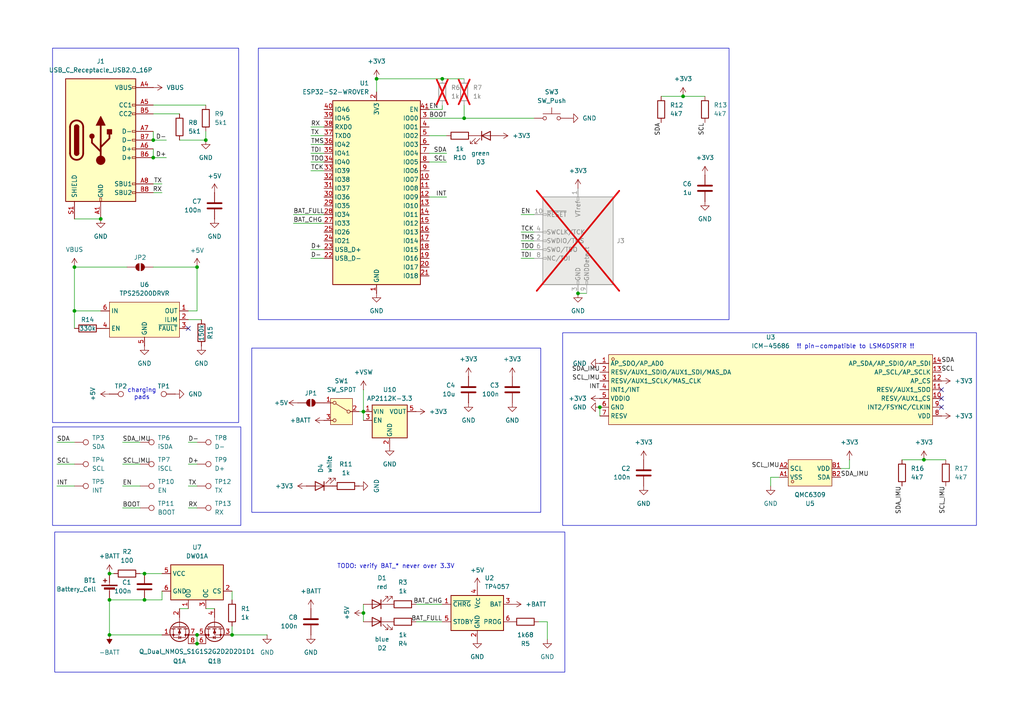
<source format=kicad_sch>
(kicad_sch (version 20250114) (generator "eeschema") (generator_version "9.0")
  (paper "A4")
  (rectangle (start 15.24 123.825) (end 69.85 152.4))
  (rectangle (start 74.93 13.97) (end 211.455 92.71))
  (rectangle (start 15.875 154.305) (end 163.83 194.945))
  (rectangle (start 73.025 100.965) (end 156.845 148.59))
  (rectangle (start 163.195 96.52) (end 283.21 152.4))
  (rectangle (start 15.24 13.97) (end 69.215 122.555))
  (text "!! pin-compatible to LSM6DSRTR !!" (at 248.158 100.584 0) (effects (font (size 1.27 1.27))))
  (text "TODO: verify BAT_* never over 3.3V" (at 114.808 164.338 0) (effects (font (size 1.27 1.27))))
  (text "charging\npads" (at 41.148 114.3 0) (effects (font (size 1.27 1.27))))
  (junction (at 44.45 45.72))
  (junction (at 128.27 22.86))
  (junction (at 105.41 177.8))
  (junction (at 105.41 119.38))
  (junction (at 31.75 184.15))
  (junction (at 57.15 77.47))
  (junction (at 57.15 184.15))
  (junction (at 31.75 166.37))
  (junction (at 21.59 77.47))
  (junction (at 198.12 27.94))
  (junction (at 41.91 173.99))
  (junction (at 41.91 166.37))
  (junction (at 173.99 118.11))
  (junction (at 109.22 22.86))
  (junction (at 31.75 173.99))
  (junction (at 267.97 133.35))
  (junction (at 67.31 184.15))
  (junction (at 167.64 85.09))
  (junction (at 29.21 63.5))
  (junction (at 21.59 90.17))
  (junction (at 59.69 40.64))
  (junction (at 134.62 34.29))
  (junction (at 44.45 40.64))
  (junction (at 57.15 186.69))
  (no_connect (at 54.61 95.25))
  (no_connect (at 273.05 115.57))
  (no_connect (at 273.05 118.11))
  (no_connect (at 273.05 113.03))
  (wire (pts (xy 57.15 90.17) (xy 57.15 77.47)))
  (wire (pts (xy 54.61 90.17) (xy 57.15 90.17)))
  (wire (pts (xy 223.52 138.43) (xy 223.52 140.97)))
  (wire (pts (xy 46.99 173.99) (xy 46.99 171.45)))
  (wire (pts (xy 44.45 77.47) (xy 57.15 77.47)))
  (wire (pts (xy 109.22 22.86) (xy 128.27 22.86)))
  (wire (pts (xy 31.75 184.15) (xy 46.99 184.15)))
  (wire (pts (xy 44.45 40.64) (xy 44.45 38.1)))
  (wire (pts (xy 44.45 33.02) (xy 52.07 33.02)))
  (wire (pts (xy 226.06 138.43) (xy 223.52 138.43)))
  (wire (pts (xy 198.12 27.94) (xy 204.47 27.94)))
  (wire (pts (xy 21.59 128.27) (xy 16.51 128.27)))
  (wire (pts (xy 90.17 41.91) (xy 93.98 41.91)))
  (wire (pts (xy 151.13 74.93) (xy 154.94 74.93)))
  (wire (pts (xy 40.64 166.37) (xy 41.91 166.37)))
  (wire (pts (xy 21.59 77.47) (xy 36.83 77.47)))
  (wire (pts (xy 21.59 140.97) (xy 16.51 140.97)))
  (wire (pts (xy 90.17 44.45) (xy 93.98 44.45)))
  (wire (pts (xy 128.27 22.86) (xy 134.62 22.86)))
  (wire (pts (xy 158.75 185.42) (xy 158.75 180.34)))
  (wire (pts (xy 167.64 85.09) (xy 170.18 85.09)))
  (wire (pts (xy 44.45 43.18) (xy 44.45 45.72)))
  (wire (pts (xy 21.59 90.17) (xy 29.21 90.17)))
  (wire (pts (xy 21.59 63.5) (xy 29.21 63.5)))
  (wire (pts (xy 191.77 27.94) (xy 198.12 27.94)))
  (wire (pts (xy 59.69 38.1) (xy 59.69 40.64)))
  (wire (pts (xy 46.99 55.88) (xy 44.45 55.88)))
  (wire (pts (xy 31.75 184.15) (xy 31.75 173.99)))
  (wire (pts (xy 44.45 30.48) (xy 59.69 30.48)))
  (wire (pts (xy 90.17 74.93) (xy 93.98 74.93)))
  (wire (pts (xy 41.91 173.99) (xy 46.99 173.99)))
  (wire (pts (xy 85.09 62.23) (xy 93.98 62.23)))
  (wire (pts (xy 52.07 176.53) (xy 54.61 176.53)))
  (wire (pts (xy 44.45 40.64) (xy 48.26 40.64)))
  (wire (pts (xy 151.13 62.23) (xy 154.94 62.23)))
  (wire (pts (xy 151.13 69.85) (xy 154.94 69.85)))
  (wire (pts (xy 129.54 39.37) (xy 124.46 39.37)))
  (wire (pts (xy 54.61 92.71) (xy 58.42 92.71)))
  (wire (pts (xy 104.14 119.38) (xy 105.41 119.38)))
  (wire (pts (xy 134.62 34.29) (xy 124.46 34.29)))
  (wire (pts (xy 31.75 173.99) (xy 41.91 173.99)))
  (wire (pts (xy 90.17 72.39) (xy 93.98 72.39)))
  (wire (pts (xy 21.59 90.17) (xy 21.59 95.25)))
  (wire (pts (xy 90.17 36.83) (xy 93.98 36.83)))
  (wire (pts (xy 48.26 45.72) (xy 44.45 45.72)))
  (wire (pts (xy 40.64 140.97) (xy 35.56 140.97)))
  (wire (pts (xy 173.99 118.11) (xy 173.99 120.65)))
  (wire (pts (xy 158.75 180.34) (xy 156.21 180.34)))
  (wire (pts (xy 40.64 128.27) (xy 35.56 128.27)))
  (wire (pts (xy 21.59 134.62) (xy 16.51 134.62)))
  (wire (pts (xy 67.31 181.61) (xy 67.31 184.15)))
  (wire (pts (xy 120.65 175.26) (xy 128.27 175.26)))
  (wire (pts (xy 21.59 77.47) (xy 21.59 90.17)))
  (wire (pts (xy 57.15 128.27) (xy 54.61 128.27)))
  (wire (pts (xy 57.15 147.32) (xy 54.61 147.32)))
  (wire (pts (xy 246.38 133.35) (xy 246.38 135.89)))
  (wire (pts (xy 57.15 140.97) (xy 54.61 140.97)))
  (wire (pts (xy 40.64 134.62) (xy 35.56 134.62)))
  (wire (pts (xy 46.99 53.34) (xy 44.45 53.34)))
  (wire (pts (xy 109.22 22.86) (xy 109.22 26.67)))
  (wire (pts (xy 105.41 177.8) (xy 105.41 180.34)))
  (wire (pts (xy 90.17 39.37) (xy 93.98 39.37)))
  (wire (pts (xy 134.62 30.48) (xy 134.62 34.29)))
  (wire (pts (xy 90.17 49.53) (xy 93.98 49.53)))
  (wire (pts (xy 40.64 147.32) (xy 35.56 147.32)))
  (wire (pts (xy 134.62 34.29) (xy 154.94 34.29)))
  (wire (pts (xy 57.15 184.15) (xy 57.15 186.69)))
  (wire (pts (xy 59.69 40.64) (xy 52.07 40.64)))
  (wire (pts (xy 105.41 119.38) (xy 105.41 121.92)))
  (wire (pts (xy 124.46 44.45) (xy 129.54 44.45)))
  (wire (pts (xy 128.27 30.48) (xy 128.27 31.75)))
  (wire (pts (xy 261.62 133.35) (xy 267.97 133.35)))
  (wire (pts (xy 267.97 133.35) (xy 274.32 133.35)))
  (wire (pts (xy 57.15 134.62) (xy 54.61 134.62)))
  (wire (pts (xy 41.91 166.37) (xy 46.99 166.37)))
  (wire (pts (xy 124.46 46.99) (xy 129.54 46.99)))
  (wire (pts (xy 246.38 135.89) (xy 243.84 135.89)))
  (wire (pts (xy 151.13 72.39) (xy 154.94 72.39)))
  (wire (pts (xy 90.17 46.99) (xy 93.98 46.99)))
  (wire (pts (xy 105.41 113.03) (xy 105.41 119.38)))
  (wire (pts (xy 105.41 175.26) (xy 105.41 177.8)))
  (wire (pts (xy 67.31 171.45) (xy 67.31 173.99)))
  (wire (pts (xy 151.13 67.31) (xy 154.94 67.31)))
  (wire (pts (xy 120.65 180.34) (xy 128.27 180.34)))
  (wire (pts (xy 85.09 64.77) (xy 93.98 64.77)))
  (wire (pts (xy 124.46 57.15) (xy 129.54 57.15)))
  (wire (pts (xy 62.23 176.53) (xy 59.69 176.53)))
  (wire (pts (xy 31.75 166.37) (xy 33.02 166.37)))
  (wire (pts (xy 124.46 31.75) (xy 128.27 31.75)))
  (wire (pts (xy 67.31 184.15) (xy 77.47 184.15)))
  (label "BAT_CHG" (at 128.27 175.26 180))
  (label "EN" (at 35.56 140.97 0))
  (label "INT" (at 16.51 140.97 0))
  (label "SCL" (at 204.47 35.56 270))
  (label "TDO" (at 90.17 46.99 0))
  (label "BAT_CHG" (at 85.09 64.77 0))
  (label "TCK" (at 90.17 49.53 0))
  (label "BOOT" (at 124.46 34.29 0))
  (label "SCL_IMU" (at 35.56 134.62 0))
  (label "SCL" (at 16.51 134.62 0))
  (label "SCL_IMU" (at 173.99 110.49 180))
  (label "D+" (at 54.61 134.62 0))
  (label "SDA_IMU" (at 173.99 107.95 180))
  (label "RX" (at 46.99 55.88 180))
  (label "D+" (at 48.26 45.72 180))
  (label "EN" (at 151.13 62.23 0))
  (label "BAT_FULL" (at 85.09 62.23 0))
  (label "D+" (at 90.17 72.39 0))
  (label "INT" (at 129.54 57.15 180))
  (label "TMS" (at 90.17 41.91 0))
  (label "TX" (at 54.61 140.97 0))
  (label "D-" (at 90.17 74.93 0))
  (label "RX" (at 90.17 36.83 0))
  (label "SDA" (at 129.54 44.45 180))
  (label "SDA_IMU" (at 243.84 138.43 0))
  (label "SDA" (at 16.51 128.27 0))
  (label "SDA_IMU" (at 35.56 128.27 0))
  (label "SDA" (at 273.05 105.41 0))
  (label "BOOT" (at 35.56 147.32 0))
  (label "TDI" (at 90.17 44.45 0))
  (label "SDA" (at 191.77 35.56 270))
  (label "TX" (at 46.99 53.34 180))
  (label "TX" (at 90.17 39.37 0))
  (label "EN" (at 124.46 31.75 0))
  (label "TDO" (at 151.13 72.39 0))
  (label "SCL_IMU" (at 274.32 140.97 270))
  (label "INT" (at 173.99 113.03 180))
  (label "D-" (at 54.61 128.27 0))
  (label "SCL" (at 273.05 107.95 0))
  (label "D-" (at 48.26 40.64 180))
  (label "TCK" (at 151.13 67.31 0))
  (label "SCL_IMU" (at 226.06 135.89 180))
  (label "SDA_IMU" (at 261.62 140.97 270))
  (label "BAT_FULL" (at 128.27 180.34 180))
  (label "SCL" (at 129.54 46.99 180))
  (label "TDI" (at 151.13 74.93 0))
  (label "RX" (at 54.61 147.32 0))
  (label "TMS" (at 151.13 69.85 0))
  (symbol (lib_id "Battery_Management:TP4057") (at 138.43 177.8 0) (unit 1)
    (property "Reference" "U2" (at 140.5733 167.64 0) (effects (justify left)))
    (property "Value" "TP4057" (at 140.5733 170.18 0) (effects (justify left)))
    (property "Footprint" "Package_TO_SOT_SMD:TSOT-23-6" (effects (hide yes)))
    (property "Datasheet" "http://toppwr.com/uploadfile/file/20230304/640302a47b738.pdf" (effects (hide yes)))
    (property "Description" "Constant-current/constant-voltage linear charger for single cell lithium-ion batteries with 2.9V Trickle Charge, 4.5V to 6.5V VDD, -40 to +85 degree Celsius, TSOT-23-6" (effects (hide yes)))
  )
  (symbol (lib_id "power:GND") (at 135.89 116.84 0) (unit 1)
    (property "Reference" "#PWR041" (effects (hide yes)))
    (property "Value" "GND" (at 135.89 121.92 0))
    (property "Description" "Power symbol creates a global label with name \"GND\" , ground" (effects (hide yes)))
  )
  (symbol (lib_id "Device:Battery_Cell") (at 31.75 171.45 0) (mirror y) (unit 1)
    (property "Reference" "BT1" (at 27.94 168.3384 0) (effects (justify left)))
    (property "Value" "Battery_Cell" (at 27.94 170.8784 0) (effects (justify left)))
    (property "Footprint" "Connector_JST:JST_EH_B2B-EH-A_1x02_P2.50mm_Vertical" (effects (hide yes)))
    (property "Description" "Single-cell battery" (effects (hide yes)))
  )
  (symbol (lib_id "Connector:TestPoint") (at 40.64 140.97 270) (unit 1)
    (property "Reference" "TP10" (at 45.72 139.6999 90) (effects (justify left)))
    (property "Value" "EN" (at 45.72 142.2399 90) (effects (justify left)))
    (property "Footprint" "TestPoint:TestPoint_Pad_D1.0mm" (effects (hide yes)))
    (property "Description" "test point" (effects (hide yes)))
  )
  (symbol (lib_id "Device:R") (at 274.32 137.16 0) (unit 1)
    (property "Reference" "R17" (at 276.86 135.8899 0) (effects (justify left)))
    (property "Value" "4k7" (at 276.86 138.4299 0) (effects (justify left)))
    (property "Footprint" "Resistor_SMD:R_0603_1608Metric_Pad0.98x0.95mm_HandSolder" (effects (hide yes)))
    (property "Description" "Resistor" (effects (hide yes)))
  )
  (symbol (lib_id "Device:R") (at 204.47 31.75 0) (unit 1)
    (property "Reference" "R13" (at 207.01 30.4799 0) (effects (justify left)))
    (property "Value" "4k7" (at 207.01 33.0199 0) (effects (justify left)))
    (property "Footprint" "Resistor_SMD:R_0603_1608Metric_Pad0.98x0.95mm_HandSolder" (effects (hide yes)))
    (property "Description" "Resistor" (effects (hide yes)))
  )
  (symbol (lib_id "Device:C") (at 90.17 180.34 0) (unit 1)
    (property "Reference" "C8" (at 86.36 179.0699 0) (effects (justify right)))
    (property "Value" "100n" (at 86.36 181.6099 0) (effects (justify right)))
    (property "Footprint" "Capacitor_SMD:C_0603_1608Metric_Pad1.08x0.95mm_HandSolder" (effects (hide yes)))
    (property "Description" "Unpolarized capacitor" (effects (hide yes)))
  )
  (symbol (lib_id "Connector:TestPoint") (at 50.8 114.3 90) (unit 1) (in_bom no)
    (property "Reference" "TP1" (at 47.498 112.014 90))
    (property "Value" "GND" (effects (hide yes)))
    (property "Footprint" "TestPoint:TestPoint_Pad_4.0x4.0mm" (effects (hide yes)))
    (property "Description" "test point" (effects (hide yes)))
  )
  (symbol (lib_id "Device:R") (at 152.4 180.34 90) (unit 1)
    (property "Reference" "R5" (at 152.4 186.69 90))
    (property "Value" "1k68" (at 152.4 184.15 90))
    (property "Footprint" "Resistor_SMD:R_0603_1608Metric_Pad0.98x0.95mm_HandSolder" (effects (hide yes)))
    (property "Description" "Resistor" (effects (hide yes)))
  )
  (symbol (lib_id "power:GND") (at 59.69 40.64 0) (unit 1)
    (property "Reference" "#PWR017" (effects (hide yes)))
    (property "Value" "GND" (at 59.69 45.72 0))
    (property "Description" "Power symbol creates a global label with name \"GND\" , ground" (effects (hide yes)))
  )
  (symbol (lib_id "Transistor_FET:Q_Dual_NMOS_S1G1S2G2D2D2D1D1") (at 52.07 181.61 270) (unit 1)
    (property "Reference" "Q1" (at 52.07 191.77 90))
    (property "Value" "Q_Dual_NMOS_S1G1S2G2D2D2D1D1" (at 57.15 188.976 90))
    (property "Footprint" "Package_TO_SOT_SMD:SOT-23-8_Handsoldering" (effects (hide yes)))
    (property "Description" "Dual NMOS transistor, 8 pin package" (effects (hide yes)))
  )
  (symbol (lib_id "power:+3V3") (at 173.99 115.57 90) (unit 1)
    (property "Reference" "#PWR023" (effects (hide yes)))
    (property "Value" "+3V3" (at 170.18 115.5699 90) (effects (justify left)))
    (property "Description" "Power symbol creates a global label with name \"+3V3\"" (effects (hide yes)))
  )
  (symbol (lib_id "power:+3V3") (at 148.59 109.22 0) (unit 1)
    (property "Reference" "#PWR038" (effects (hide yes)))
    (property "Value" "+3V3" (at 148.59 104.14 0))
    (property "Description" "Power symbol creates a global label with name \"+3V3\"" (effects (hide yes)))
  )
  (symbol (lib_id "power:+BATT") (at 148.59 175.26 270) (unit 1)
    (property "Reference" "#PWR010" (effects (hide yes)))
    (property "Value" "+BATT" (at 152.4 175.2599 90) (effects (justify left)))
    (property "Description" "Power symbol creates a global label with name \"+BATT\"" (effects (hide yes)))
  )
  (symbol (lib_id "power:GND") (at 41.91 100.33 0) (unit 1)
    (property "Reference" "#PWR042" (effects (hide yes)))
    (property "Value" "GND" (at 41.91 105.41 0))
    (property "Description" "Power symbol creates a global label with name \"GND\" , ground" (effects (hide yes)))
  )
  (symbol (lib_id "power:+3V3") (at 144.78 39.37 270) (unit 1)
    (property "Reference" "#PWR018" (effects (hide yes)))
    (property "Value" "+3V3" (at 148.59 39.3699 90) (effects (justify left)))
    (property "Description" "Power symbol creates a global label with name \"+3V3\"" (effects (hide yes)))
  )
  (symbol (lib_id "Device:C") (at 62.23 59.69 0) (unit 1)
    (property "Reference" "C7" (at 58.42 58.4199 0) (effects (justify right)))
    (property "Value" "100n" (at 58.42 60.9599 0) (effects (justify right)))
    (property "Footprint" "Capacitor_SMD:C_0603_1608Metric_Pad1.08x0.95mm_HandSolder" (effects (hide yes)))
    (property "Description" "Unpolarized capacitor" (effects (hide yes)))
  )
  (symbol (lib_id "Device:LED") (at 92.71 140.97 180) (unit 1)
    (property "Reference" "D4" (at 93.0274 137.16 90) (effects (justify right)))
    (property "Value" "white" (at 95.5674 137.16 90) (effects (justify right)))
    (property "Footprint" "LED_SMD:LED_0805_2012Metric_Pad1.15x1.40mm_HandSolder" (effects (hide yes)))
    (property "Description" "Light emitting diode" (effects (hide yes)))
    (property "Sim.Pins" "1=K 2=A" (effects (hide yes)))
  )
  (symbol (lib_id "Device:C") (at 204.47 54.61 0) (unit 1)
    (property "Reference" "C6" (at 200.66 53.3399 0) (effects (justify right)))
    (property "Value" "1u" (at 200.66 55.8799 0) (effects (justify right)))
    (property "Footprint" "Capacitor_SMD:C_0603_1608Metric_Pad1.08x0.95mm_HandSolder" (effects (hide yes)))
    (property "Description" "Unpolarized capacitor" (effects (hide yes)))
  )
  (symbol (lib_id "power:+BATT") (at 90.17 176.53 0) (unit 1)
    (property "Reference" "#PWR052" (effects (hide yes)))
    (property "Value" "+BATT" (at 90.17 171.45 0))
    (property "Description" "Power symbol creates a global label with name \"+BATT\"" (effects (hide yes)))
  )
  (symbol (lib_id "power:+BATT") (at 31.75 166.37 0) (unit 1)
    (property "Reference" "#PWR04" (effects (hide yes)))
    (property "Value" "+BATT" (at 31.75 161.29 0))
    (property "Description" "Power symbol creates a global label with name \"+BATT\"" (effects (hide yes)))
  )
  (symbol (lib_id "Jumper:SolderJumper_2_Open") (at 40.64 77.47 0) (unit 1) (in_bom no)
    (property "Reference" "JP2" (at 40.64 74.676 0))
    (property "Value" "SolderJumper_2_Open" (effects (hide yes)))
    (property "Footprint" "Jumper:SolderJumper-2_P1.3mm_Open_TrianglePad1.0x1.5mm" (effects (hide yes)))
    (property "Description" "Solder Jumper, 2-pole, open" (effects (hide yes)))
  )
  (symbol (lib_id "Device:R") (at 133.35 39.37 270) (unit 1)
    (property "Reference" "R10" (at 133.35 45.72 90))
    (property "Value" "1k" (at 133.35 43.18 90))
    (property "Footprint" "Resistor_SMD:R_0603_1608Metric_Pad0.98x0.95mm_HandSolder" (effects (hide yes)))
    (property "Description" "Resistor" (effects (hide yes)))
  )
  (symbol (lib_id "power:GND") (at 50.8 114.3 90) (unit 1)
    (property "Reference" "#PWR046" (effects (hide yes)))
    (property "Value" "GND" (at 54.61 114.2999 90) (effects (justify right)))
    (property "Description" "Power symbol creates a global label with name \"GND\" , ground" (effects (hide yes)))
  )
  (symbol (lib_id "Device:R") (at 191.77 31.75 0) (unit 1)
    (property "Reference" "R12" (at 194.31 30.4799 0) (effects (justify left)))
    (property "Value" "4k7" (at 194.31 33.0199 0) (effects (justify left)))
    (property "Footprint" "Resistor_SMD:R_0603_1608Metric_Pad0.98x0.95mm_HandSolder" (effects (hide yes)))
    (property "Description" "Resistor" (effects (hide yes)))
  )
  (symbol (lib_id "power:+3V3") (at 135.89 109.22 0) (unit 1)
    (property "Reference" "#PWR040" (effects (hide yes)))
    (property "Value" "+3V3" (at 135.89 104.14 0))
    (property "Description" "Power symbol creates a global label with name \"+3V3\"" (effects (hide yes)))
  )
  (symbol (lib_id "Switch:SW_SPDT") (at 99.06 119.38 0) (mirror y) (unit 1)
    (property "Reference" "SW1" (at 99.06 110.49 0))
    (property "Value" "SW_SPDT" (at 99.06 113.03 0))
    (property "Footprint" "Button_Switch_THT:SW_Slide_SPDT_Angled_CK_OS102011MA1Q" (effects (hide yes)))
    (property "Description" "Switch, single pole double throw" (effects (hide yes)))
  )
  (symbol (lib_id "Device:R") (at 36.83 166.37 270) (mirror x) (unit 1)
    (property "Reference" "R2" (at 36.83 160.02 90))
    (property "Value" "100" (at 36.83 162.56 90))
    (property "Footprint" "Resistor_SMD:R_0603_1608Metric_Pad0.98x0.95mm_HandSolder" (effects (hide yes)))
    (property "Description" "Resistor" (effects (hide yes)))
  )
  (symbol (lib_id "Connector:Conn_ARM_JTAG_SWD_10") (at 167.64 69.85 0) (mirror y) (unit 1) (in_bom no) (on_board no) (dnp yes)
    (property "Reference" "J3" (at 178.816 69.85 0) (effects (justify right)))
    (property "Value" "Conn_ARM_JTAG_SWD_10" (effects (hide yes)))
    (property "Footprint" "Connector:Tag-Connect_TC2050-IDC-NL_2x05_P1.27mm_Vertical" (effects (hide yes)))
    (property "Datasheet" "http://infocenter.arm.com/help/topic/com.arm.doc.ddi0314h/DDI0314H_coresight_components_trm.pdf" (effects (hide yes)))
    (property "Description" "Cortex Debug Connector, standard ARM Cortex-M SWD and JTAG interface" (effects (hide yes)))
  )
  (symbol (lib_id "power:+5V") (at 31.75 114.3 90) (unit 1)
    (property "Reference" "#PWR047" (effects (hide yes)))
    (property "Value" "+5V" (at 26.924 114.3 0))
    (property "Description" "Power symbol creates a global label with name \"+5V\"" (effects (hide yes)))
  )
  (symbol (lib_id "power:+5V") (at 105.41 177.8 90) (unit 1)
    (property "Reference" "#PWR014" (effects (hide yes)))
    (property "Value" "+5V" (at 100.584 177.8 0))
    (property "Description" "Power symbol creates a global label with name \"+5V\"" (effects (hide yes)))
  )
  (symbol (lib_id "Device:R") (at 134.62 26.67 0) (unit 1) (in_bom no) (dnp yes)
    (property "Reference" "R7" (at 137.16 25.3999 0) (effects (justify left)))
    (property "Value" "1k" (at 137.16 27.9399 0) (effects (justify left)))
    (property "Footprint" "Resistor_SMD:R_0603_1608Metric_Pad0.98x0.95mm_HandSolder" (effects (hide yes)))
    (property "Description" "Resistor" (effects (hide yes)))
  )
  (symbol (lib_id "power:GND") (at 165.1 34.29 90) (unit 1)
    (property "Reference" "#PWR028" (effects (hide yes)))
    (property "Value" "GND" (at 168.91 34.2899 90) (effects (justify right)))
    (property "Description" "Power symbol creates a global label with name \"GND\" , ground" (effects (hide yes)))
  )
  (symbol (lib_id "power:+3V3") (at 273.05 120.65 270) (unit 1)
    (property "Reference" "#PWR024" (effects (hide yes)))
    (property "Value" "+3V3" (at 276.86 120.6499 90) (effects (justify left)))
    (property "Description" "Power symbol creates a global label with name \"+3V3\"" (effects (hide yes)))
  )
  (symbol (lib_id "RF_Module:ESP32-S2-WROVER") (at 109.22 57.15 0) (mirror y) (unit 1)
    (property "Reference" "U1" (at 107.0767 24.13 0) (effects (justify left)))
    (property "Value" "ESP32-S2-WROVER" (at 107.0767 26.67 0) (effects (justify left)))
    (property "Footprint" "RF_Module:ESP32-S2-WROVER" (effects (hide yes)))
    (property "Datasheet" "https://www.espressif.com/sites/default/files/documentation/esp32-s2-wroom_esp32-s2-wroom-i_datasheet_en.pdf" (effects (hide yes)))
    (property "Description" "RF Module, ESP32-D0WDQ6 SoC, Wi-Fi 802.11b/g/n, 32-bit, 2.7-3.6V, onboard antenna, SMD" (effects (hide yes)))
  )
  (symbol (lib_id "power:GND") (at 77.47 184.15 0) (unit 1)
    (property "Reference" "#PWR09" (effects (hide yes)))
    (property "Value" "GND" (at 77.47 189.23 0))
    (property "Description" "Power symbol creates a global label with name \"GND\" , ground" (effects (hide yes)))
  )
  (symbol (lib_id "Device:C") (at 148.59 113.03 0) (unit 1)
    (property "Reference" "C3" (at 144.78 111.7599 0) (effects (justify right)))
    (property "Value" "100n" (at 144.78 114.2999 0) (effects (justify right)))
    (property "Footprint" "Capacitor_SMD:C_0603_1608Metric_Pad1.08x0.95mm_HandSolder" (effects (hide yes)))
    (property "Description" "Unpolarized capacitor" (effects (hide yes)))
  )
  (symbol (lib_id "power:GND") (at 173.99 105.41 270) (unit 1)
    (property "Reference" "#PWR033" (effects (hide yes)))
    (property "Value" "GND" (at 170.18 105.4099 90) (effects (justify right)))
    (property "Description" "Power symbol creates a global label with name \"GND\" , ground" (effects (hide yes)))
  )
  (symbol (lib_id "Device:R") (at 25.4 95.25 90) (unit 1)
    (property "Reference" "R14" (at 25.4 92.71 90))
    (property "Value" "330k" (at 25.4 95.25 90))
    (property "Footprint" "Resistor_SMD:R_0603_1608Metric_Pad0.98x0.95mm_HandSolder" (effects (hide yes)))
    (property "Description" "Resistor" (effects (hide yes)))
  )
  (symbol (lib_id "Connector:TestPoint") (at 21.59 128.27 270) (unit 1)
    (property "Reference" "TP3" (at 26.67 126.9999 90) (effects (justify left)))
    (property "Value" "SDA" (at 26.67 129.5399 90) (effects (justify left)))
    (property "Footprint" "TestPoint:TestPoint_Pad_D1.0mm" (effects (hide yes)))
    (property "Description" "test point" (effects (hide yes)))
  )
  (symbol (lib_id "easyeda2kicad:ICM-45686") (at 223.52 113.03 0) (unit 1)
    (property "Reference" "U3" (at 223.52 97.79 0))
    (property "Value" "ICM-45686" (at 223.52 100.33 0))
    (property "Footprint" "easyeda2kicad:LGA-14_L3.0-W2.5-P0.50-TL" (effects (hide yes)))
    (property "LCSC Part" "C22459454" (effects (hide yes)))
  )
  (symbol (lib_id "power:GND") (at 173.99 118.11 270) (unit 1)
    (property "Reference" "#PWR025" (effects (hide yes)))
    (property "Value" "GND" (at 170.18 118.1099 90) (effects (justify right)))
    (property "Description" "Power symbol creates a global label with name \"GND\" , ground" (effects (hide yes)))
  )
  (symbol (lib_id "power:GND") (at 113.03 129.54 0) (unit 1)
    (property "Reference" "#PWR05" (effects (hide yes)))
    (property "Value" "GND" (at 113.03 134.62 0))
    (property "Description" "Power symbol creates a global label with name \"GND\" , ground" (effects (hide yes)))
  )
  (symbol (lib_id "power:+3V3") (at 198.12 27.94 0) (unit 1)
    (property "Reference" "#PWR027" (effects (hide yes)))
    (property "Value" "+3V3" (at 198.12 22.86 0))
    (property "Description" "Power symbol creates a global label with name \"+3V3\"" (effects (hide yes)))
  )
  (symbol (lib_id "power:GND") (at 138.43 185.42 0) (unit 1)
    (property "Reference" "#PWR03" (effects (hide yes)))
    (property "Value" "GND" (at 138.43 190.5 0))
    (property "Description" "Power symbol creates a global label with name \"GND\" , ground" (effects (hide yes)))
  )
  (symbol (lib_id "Device:R") (at 100.33 140.97 90) (unit 1)
    (property "Reference" "R11" (at 100.33 134.62 90))
    (property "Value" "1k" (at 100.33 137.16 90))
    (property "Footprint" "Resistor_SMD:R_0603_1608Metric_Pad0.98x0.95mm_HandSolder" (effects (hide yes)))
    (property "Description" "Resistor" (effects (hide yes)))
  )
  (symbol (lib_id "power:+VSW") (at 105.41 113.03 0) (unit 1)
    (property "Reference" "#PWR031" (effects (hide yes)))
    (property "Value" "+VSW" (at 105.41 107.95 0))
    (property "Description" "Power symbol creates a global label with name \"+VSW\"" (effects (hide yes)))
  )
  (symbol (lib_id "Connector:TestPoint") (at 21.59 140.97 270) (unit 1)
    (property "Reference" "TP5" (at 26.67 139.6999 90) (effects (justify left)))
    (property "Value" "INT" (at 26.67 142.2399 90) (effects (justify left)))
    (property "Footprint" "TestPoint:TestPoint_Pad_D1.0mm" (effects (hide yes)))
    (property "Description" "test point" (effects (hide yes)))
  )
  (symbol (lib_id "power:+3V3") (at 186.69 133.35 0) (unit 1)
    (property "Reference" "#PWR036" (effects (hide yes)))
    (property "Value" "+3V3" (at 186.69 128.27 0))
    (property "Description" "Power symbol creates a global label with name \"+3V3\"" (effects (hide yes)))
  )
  (symbol (lib_id "power:GND") (at 109.22 85.09 0) (unit 1)
    (property "Reference" "#PWR06" (effects (hide yes)))
    (property "Value" "GND" (at 109.22 90.17 0))
    (property "Description" "Power symbol creates a global label with name \"GND\" , ground" (effects (hide yes)))
  )
  (symbol (lib_id "power:GND") (at 186.69 140.97 0) (unit 1)
    (property "Reference" "#PWR037" (effects (hide yes)))
    (property "Value" "GND" (at 186.69 146.05 0))
    (property "Description" "Power symbol creates a global label with name \"GND\" , ground" (effects (hide yes)))
  )
  (symbol (lib_id "Connector:TestPoint") (at 21.59 134.62 270) (unit 1)
    (property "Reference" "TP4" (at 26.67 133.3499 90) (effects (justify left)))
    (property "Value" "SCL" (at 26.67 135.8899 90) (effects (justify left)))
    (property "Footprint" "TestPoint:TestPoint_Pad_D1.0mm" (effects (hide yes)))
    (property "Description" "test point" (effects (hide yes)))
  )
  (symbol (lib_id "power:VBUS") (at 44.45 25.4 270) (unit 1)
    (property "Reference" "#PWR01" (effects (hide yes)))
    (property "Value" "VBUS" (at 48.26 25.3999 90) (effects (justify left)))
    (property "Description" "Power symbol creates a global label with name \"VBUS\"" (effects (hide yes)))
  )
  (symbol (lib_id "Device:R") (at 116.84 180.34 90) (unit 1)
    (property "Reference" "R4" (at 116.84 186.69 90))
    (property "Value" "1k" (at 116.84 184.15 90))
    (property "Footprint" "Resistor_SMD:R_0603_1608Metric_Pad0.98x0.95mm_HandSolder" (effects (hide yes)))
    (property "Description" "Resistor" (effects (hide yes)))
  )
  (symbol (lib_id "power:GND") (at 223.52 140.97 0) (unit 1)
    (property "Reference" "#PWR020" (effects (hide yes)))
    (property "Value" "GND" (at 223.52 146.05 0))
    (property "Description" "Power symbol creates a global label with name \"GND\" , ground" (effects (hide yes)))
  )
  (symbol (lib_id "power:+5V") (at 62.23 55.88 0) (unit 1)
    (property "Reference" "#PWR050" (effects (hide yes)))
    (property "Value" "+5V" (at 62.23 51.054 0))
    (property "Description" "Power symbol creates a global label with name \"+5V\"" (effects (hide yes)))
  )
  (symbol (lib_id "Regulator_Linear:AP2112K-3.3") (at 113.03 121.92 0) (unit 1)
    (property "Reference" "U10" (at 113.03 113.03 0))
    (property "Value" "AP2112K-3.3" (at 113.03 115.57 0))
    (property "Footprint" "Package_TO_SOT_SMD:SOT-23-5" (effects (hide yes)))
    (property "Datasheet" "https://www.diodes.com/assets/Datasheets/AP2112.pdf" (effects (hide yes)))
    (property "Description" "600mA low dropout linear regulator, with enable pin, 3.8V-6V input voltage range, 3.3V fixed positive output, SOT-23-5" (effects (hide yes)))
  )
  (symbol (lib_id "Device:R") (at 116.84 175.26 90) (unit 1)
    (property "Reference" "R3" (at 116.84 168.91 90))
    (property "Value" "1k" (at 116.84 171.45 90))
    (property "Footprint" "Resistor_SMD:R_0603_1608Metric_Pad0.98x0.95mm_HandSolder" (effects (hide yes)))
    (property "Description" "Resistor" (effects (hide yes)))
  )
  (symbol (lib_id "power:-BATT") (at 31.75 184.15 180) (unit 1)
    (property "Reference" "#PWR08" (effects (hide yes)))
    (property "Value" "-BATT" (at 31.75 189.23 0))
    (property "Description" "Power symbol creates a global label with name \"-BATT\"" (effects (hide yes)))
  )
  (symbol (lib_id "Device:LED") (at 109.22 175.26 180) (unit 1)
    (property "Reference" "D1" (at 110.8075 167.64 0))
    (property "Value" "red" (at 110.8075 170.18 0))
    (property "Footprint" "LED_SMD:LED_0805_2012Metric_Pad1.15x1.40mm_HandSolder" (effects (hide yes)))
    (property "Description" "Light emitting diode" (effects (hide yes)))
    (property "Sim.Pins" "1=K 2=A" (effects (hide yes)))
  )
  (symbol (lib_id "slime_parts:TPS25200DRVR") (at 41.91 92.71 0) (mirror y) (unit 1)
    (property "Reference" "U6" (at 41.91 82.55 0))
    (property "Value" "TPS25200DRVR" (at 41.91 85.09 0))
    (property "Footprint" "Package_SON:WSON-6-1EP_2x2mm_P0.65mm_EP1x1.6mm" (effects (hide yes)))
    (property "Datasheet" "https://lcsc.com/product-detail/PMIC-Supervisors_TI_TPS25200DRVR_TPS25200DRVR_C128401.html" (effects (hide yes)))
    (property "LCSC Part" "C128401" (effects (hide yes)))
  )
  (symbol (lib_id "Device:R") (at 59.69 34.29 0) (unit 1)
    (property "Reference" "R9" (at 62.23 33.0199 0) (effects (justify left)))
    (property "Value" "5k1" (at 62.23 35.5599 0) (effects (justify left)))
    (property "Footprint" "Resistor_SMD:R_0603_1608Metric_Pad0.98x0.95mm_HandSolder" (effects (hide yes)))
    (property "Description" "Resistor" (effects (hide yes)))
  )
  (symbol (lib_id "power:+3V3") (at 267.97 133.35 0) (unit 1)
    (property "Reference" "#PWR032" (effects (hide yes)))
    (property "Value" "+3V3" (at 267.97 128.27 0))
    (property "Description" "Power symbol creates a global label with name \"+3V3\"" (effects (hide yes)))
  )
  (symbol (lib_id "Connector:TestPoint") (at 31.75 114.3 270) (mirror x) (unit 1) (in_bom no)
    (property "Reference" "TP2" (at 35.052 112.014 90))
    (property "Value" "+5V" (effects (hide yes)))
    (property "Footprint" "TestPoint:TestPoint_Pad_4.0x4.0mm" (effects (hide yes)))
    (property "Description" "test point" (effects (hide yes)))
  )
  (symbol (lib_id "Switch:SW_Push") (at 160.02 34.29 0) (mirror y) (unit 1)
    (property "Reference" "SW3" (at 160.02 26.67 0))
    (property "Value" "SW_Push" (at 160.02 29.21 0))
    (property "Footprint" "Button_Switch_SMD:SW_Push_1P1T_NO_CK_KSC7xxJ" (effects (hide yes)))
    (property "Description" "Push button switch, generic, two pins" (effects (hide yes)))
  )
  (symbol (lib_id "power:GND") (at 204.47 58.42 0) (unit 1)
    (property "Reference" "#PWR049" (effects (hide yes)))
    (property "Value" "GND" (at 204.47 63.5 0))
    (property "Description" "Power symbol creates a global label with name \"GND\" , ground" (effects (hide yes)))
  )
  (symbol (lib_id "power:GND") (at 148.59 116.84 0) (unit 1)
    (property "Reference" "#PWR039" (effects (hide yes)))
    (property "Value" "GND" (at 148.59 121.92 0))
    (property "Description" "Power symbol creates a global label with name \"GND\" , ground" (effects (hide yes)))
  )
  (symbol (lib_id "Transistor_FET:Q_Dual_NMOS_S1G1S2G2D2D2D1D1") (at 62.23 181.61 90) (mirror x) (unit 2)
    (property "Reference" "Q1" (at 62.23 191.77 90))
    (property "Value" "Q_Dual_NMOS_S1G1S2G2D2D2D1D1" (effects (hide yes)))
    (property "Footprint" "Package_TO_SOT_SMD:SOT-23-8_Handsoldering" (effects (hide yes)))
    (property "Description" "Dual NMOS transistor, 8 pin package" (effects (hide yes)))
  )
  (symbol (lib_id "power:+5V") (at 86.36 116.84 90) (unit 1)
    (property "Reference" "#PWR012" (effects (hide yes)))
    (property "Value" "+5V" (at 81.534 116.84 90))
    (property "Description" "Power symbol creates a global label with name \"+5V\"" (effects (hide yes)))
  )
  (symbol (lib_id "power:+5V") (at 138.43 170.18 0) (unit 1)
    (property "Reference" "#PWR02" (effects (hide yes)))
    (property "Value" "+5V" (at 138.43 165.354 0))
    (property "Description" "Power symbol creates a global label with name \"+5V\"" (effects (hide yes)))
  )
  (symbol (lib_id "power:+3V3") (at 273.05 110.49 270) (unit 1)
    (property "Reference" "#PWR026" (effects (hide yes)))
    (property "Value" "+3V3" (at 276.86 110.4899 90) (effects (justify left)))
    (property "Description" "Power symbol creates a global label with name \"+3V3\"" (effects (hide yes)))
  )
  (symbol (lib_id "Connector:TestPoint") (at 57.15 128.27 270) (unit 1)
    (property "Reference" "TP8" (at 62.23 126.9999 90) (effects (justify left)))
    (property "Value" "D-" (at 62.23 129.5399 90) (effects (justify left)))
    (property "Footprint" "TestPoint:TestPoint_Pad_D1.0mm" (effects (hide yes)))
    (property "Description" "test point" (effects (hide yes)))
  )
  (symbol (lib_id "Device:C") (at 186.69 137.16 0) (unit 1)
    (property "Reference" "C2" (at 182.88 135.8899 0) (effects (justify right)))
    (property "Value" "100n" (at 182.88 138.4299 0) (effects (justify right)))
    (property "Footprint" "Capacitor_SMD:C_0603_1608Metric_Pad1.08x0.95mm_HandSolder" (effects (hide yes)))
    (property "Description" "Unpolarized capacitor" (effects (hide yes)))
  )
  (symbol (lib_id "Battery_Management:DW01A") (at 57.15 168.91 0) (unit 1)
    (property "Reference" "U7" (at 57.15 158.75 0))
    (property "Value" "DW01A" (at 57.15 161.29 0))
    (property "Footprint" "Package_TO_SOT_SMD:SOT-23-6" (effects (hide yes)))
    (property "Datasheet" "https://hmsemi.com/downfile/DW01A.PDF" (effects (hide yes)))
    (property "Description" "Overcharge, overcurrent and overdischarge protection IC for single cell lithium-ion/polymer battery" (effects (hide yes)))
  )
  (symbol (lib_id "Device:R") (at 67.31 177.8 0) (unit 1)
    (property "Reference" "R1" (at 69.85 176.5299 0) (effects (justify left)))
    (property "Value" "1k" (at 69.85 179.0699 0) (effects (justify left)))
    (property "Footprint" "Resistor_SMD:R_0603_1608Metric_Pad0.98x0.95mm_HandSolder" (effects (hide yes)))
    (property "Description" "Resistor" (effects (hide yes)))
  )
  (symbol (lib_id "Connector:TestPoint") (at 57.15 140.97 270) (unit 1)
    (property "Reference" "TP12" (at 62.23 139.6999 90) (effects (justify left)))
    (property "Value" "TX" (at 62.23 142.2399 90) (effects (justify left)))
    (property "Footprint" "TestPoint:TestPoint_Pad_D1.0mm" (effects (hide yes)))
    (property "Description" "test point" (effects (hide yes)))
  )
  (symbol (lib_id "Connector:TestPoint") (at 40.64 134.62 270) (unit 1)
    (property "Reference" "TP7" (at 45.72 133.3499 90) (effects (justify left)))
    (property "Value" "iSCL" (at 45.72 135.8899 90) (effects (justify left)))
    (property "Footprint" "TestPoint:TestPoint_Pad_D1.0mm" (effects (hide yes)))
    (property "Description" "test point" (effects (hide yes)))
  )
  (symbol (lib_id "Connector:TestPoint") (at 40.64 147.32 270) (unit 1)
    (property "Reference" "TP11" (at 45.72 146.0499 90) (effects (justify left)))
    (property "Value" "BOOT" (at 45.72 148.5899 90) (effects (justify left)))
    (property "Footprint" "TestPoint:TestPoint_Pad_D1.0mm" (effects (hide yes)))
    (property "Description" "test point" (effects (hide yes)))
  )
  (symbol (lib_id "power:+3V3") (at 204.47 50.8 0) (unit 1)
    (property "Reference" "#PWR048" (effects (hide yes)))
    (property "Value" "+3V3" (at 204.47 45.72 0))
    (property "Description" "Power symbol creates a global label with name \"+3V3\"" (effects (hide yes)))
  )
  (symbol (lib_id "power:+3V3") (at 109.22 22.86 0) (unit 1)
    (property "Reference" "#PWR016" (effects (hide yes)))
    (property "Value" "+3V3" (at 109.22 17.78 0))
    (property "Description" "Power symbol creates a global label with name \"+3V3\"" (effects (hide yes)))
  )
  (symbol (lib_id "power:+BATT") (at 93.98 121.92 90) (unit 1)
    (property "Reference" "#PWR011" (effects (hide yes)))
    (property "Value" "+BATT" (at 90.17 121.9199 90) (effects (justify left)))
    (property "Description" "Power symbol creates a global label with name \"+BATT\"" (effects (hide yes)))
  )
  (symbol (lib_id "Device:C") (at 135.89 113.03 0) (unit 1)
    (property "Reference" "C4" (at 132.08 111.7599 0) (effects (justify right)))
    (property "Value" "10u" (at 132.08 114.2999 0) (effects (justify right)))
    (property "Footprint" "Capacitor_SMD:C_0603_1608Metric_Pad1.08x0.95mm_HandSolder" (effects (hide yes)))
    (property "Description" "Unpolarized capacitor" (effects (hide yes)))
  )
  (symbol (lib_id "power:GND") (at 158.75 185.42 0) (unit 1)
    (property "Reference" "#PWR015" (effects (hide yes)))
    (property "Value" "GND" (at 158.75 190.5 0))
    (property "Description" "Power symbol creates a global label with name \"GND\" , ground" (effects (hide yes)))
  )
  (symbol (lib_id "Device:R") (at 128.27 26.67 0) (unit 1) (in_bom no) (dnp yes)
    (property "Reference" "R6" (at 130.81 25.3999 0) (effects (justify left)))
    (property "Value" "1k" (at 130.81 27.9399 0) (effects (justify left)))
    (property "Footprint" "Resistor_SMD:R_0603_1608Metric_Pad0.98x0.95mm_HandSolder" (effects (hide yes)))
    (property "Description" "Resistor" (effects (hide yes)))
  )
  (symbol (lib_id "Device:R") (at 52.07 36.83 0) (unit 1)
    (property "Reference" "R8" (at 54.61 35.5599 0) (effects (justify left)))
    (property "Value" "5k1" (at 54.61 38.0999 0) (effects (justify left)))
    (property "Footprint" "Resistor_SMD:R_0603_1608Metric_Pad0.98x0.95mm_HandSolder" (effects (hide yes)))
    (property "Description" "Resistor" (effects (hide yes)))
  )
  (symbol (lib_id "easyeda2kicad:QMC6309") (at 234.95 137.16 0) (mirror x) (unit 1)
    (property "Reference" "U5" (at 234.95 146.05 0))
    (property "Value" "QMC6309" (at 234.95 143.51 0))
    (property "Footprint" "easyeda2kicad:X1-WLB0808-4_L0.8-W0.8-P0.40-TL" (effects (hide yes)))
    (property "LCSC Part" "C5439871" (effects (hide yes)))
  )
  (symbol (lib_id "power:GND") (at 62.23 63.5 0) (unit 1)
    (property "Reference" "#PWR051" (effects (hide yes)))
    (property "Value" "GND" (at 62.23 68.58 0))
    (property "Description" "Power symbol creates a global label with name \"GND\" , ground" (effects (hide yes)))
  )
  (symbol (lib_id "power:GND") (at 90.17 184.15 0) (unit 1)
    (property "Reference" "#PWR053" (effects (hide yes)))
    (property "Value" "GND" (at 90.17 189.23 0))
    (property "Description" "Power symbol creates a global label with name \"GND\" , ground" (effects (hide yes)))
  )
  (symbol (lib_id "power:GND") (at 104.14 140.97 90) (unit 1)
    (property "Reference" "#PWR030" (effects (hide yes)))
    (property "Value" "GND" (at 109.22 140.97 0))
    (property "Description" "Power symbol creates a global label with name \"GND\" , ground" (effects (hide yes)))
  )
  (symbol (lib_id "power:GND") (at 167.64 85.09 0) (unit 1)
    (property "Reference" "#PWR021" (effects (hide yes)))
    (property "Value" "GND" (at 167.64 90.17 0))
    (property "Description" "Power symbol creates a global label with name \"GND\" , ground" (effects (hide yes)))
  )
  (symbol (lib_id "Device:LED") (at 140.97 39.37 0) (unit 1)
    (property "Reference" "D3" (at 139.3825 46.99 0))
    (property "Value" "green" (at 139.3825 44.45 0))
    (property "Footprint" "LED_SMD:LED_0805_2012Metric_Pad1.15x1.40mm_HandSolder" (effects (hide yes)))
    (property "Description" "Light emitting diode" (effects (hide yes)))
    (property "Sim.Pins" "1=K 2=A" (effects (hide yes)))
  )
  (symbol (lib_id "power:GND") (at 29.21 63.5 0) (unit 1)
    (property "Reference" "#PWR07" (effects (hide yes)))
    (property "Value" "GND" (at 29.21 68.58 0))
    (property "Description" "Power symbol creates a global label with name \"GND\" , ground" (effects (hide yes)))
  )
  (symbol (lib_id "Connector:TestPoint") (at 57.15 147.32 270) (unit 1)
    (property "Reference" "TP13" (at 62.23 146.0499 90) (effects (justify left)))
    (property "Value" "RX" (at 62.23 148.5899 90) (effects (justify left)))
    (property "Footprint" "TestPoint:TestPoint_Pad_D1.0mm" (effects (hide yes)))
    (property "Description" "test point" (effects (hide yes)))
  )
  (symbol (lib_id "Connector:TestPoint") (at 40.64 128.27 270) (unit 1)
    (property "Reference" "TP6" (at 45.72 126.9999 90) (effects (justify left)))
    (property "Value" "iSDA" (at 45.72 129.5399 90) (effects (justify left)))
    (property "Footprint" "TestPoint:TestPoint_Pad_D1.0mm" (effects (hide yes)))
    (property "Description" "test point" (effects (hide yes)))
  )
  (symbol (lib_id "power:+3V3") (at 120.65 119.38 270) (unit 1)
    (property "Reference" "#PWR013" (effects (hide yes)))
    (property "Value" "+3V3" (at 124.46 119.3799 90) (effects (justify left)))
    (property "Description" "Power symbol creates a global label with name \"+3V3\"" (effects (hide yes)))
  )
  (symbol (lib_id "power:+3V3") (at 246.38 133.35 0) (unit 1)
    (property "Reference" "#PWR019" (effects (hide yes)))
    (property "Value" "+3V3" (at 246.38 128.27 0))
    (property "Description" "Power symbol creates a global label with name \"+3V3\"" (effects (hide yes)))
  )
  (symbol (lib_id "Connector:TestPoint") (at 57.15 134.62 270) (unit 1)
    (property "Reference" "TP9" (at 62.23 133.3499 90) (effects (justify left)))
    (property "Value" "D+" (at 62.23 135.8899 90) (effects (justify left)))
    (property "Footprint" "TestPoint:TestPoint_Pad_D1.0mm" (effects (hide yes)))
    (property "Description" "test point" (effects (hide yes)))
  )
  (symbol (lib_id "power:VBUS") (at 21.59 77.47 0) (unit 1)
    (property "Reference" "#PWR043" (effects (hide yes)))
    (property "Value" "VBUS" (at 21.59 72.39 0))
    (property "Description" "Power symbol creates a global label with name \"VBUS\"" (effects (hide yes)))
  )
  (symbol (lib_id "Device:LED") (at 109.22 180.34 0) (mirror y) (unit 1)
    (property "Reference" "D2" (at 110.8075 187.96 0))
    (property "Value" "blue" (at 110.8075 185.42 0))
    (property "Footprint" "LED_SMD:LED_0805_2012Metric_Pad1.15x1.40mm_HandSolder" (effects (hide yes)))
    (property "Description" "Light emitting diode" (effects (hide yes)))
    (property "Sim.Pins" "1=K 2=A" (effects (hide yes)))
  )
  (symbol (lib_id "power:+5V") (at 57.15 77.47 0) (unit 1)
    (property "Reference" "#PWR044" (effects (hide yes)))
    (property "Value" "+5V" (at 57.15 72.644 0))
    (property "Description" "Power symbol creates a global label with name \"+5V\"" (effects (hide yes)))
  )
  (symbol (lib_id "Jumper:SolderJumper_2_Open") (at 90.17 116.84 0) (unit 1) (in_bom no)
    (property "Reference" "JP1" (at 90.17 114.046 0))
    (property "Value" "SolderJumper_2_Open" (effects (hide yes)))
    (property "Footprint" "Jumper:SolderJumper-2_P1.3mm_Open_TrianglePad1.0x1.5mm" (effects (hide yes)))
    (property "Description" "Solder Jumper, 2-pole, open" (effects (hide yes)))
  )
  (symbol (lib_id "power:+3V3") (at 167.64 54.61 0) (unit 1)
    (property "Reference" "#PWR022" (effects (hide yes)))
    (property "Value" "+3V3" (at 167.64 49.53 0))
    (property "Description" "Power symbol creates a global label with name \"+3V3\"" (effects (hide yes)))
  )
  (symbol (lib_id "Device:C") (at 41.91 170.18 0) (unit 1)
    (property "Reference" "C1" (at 38.1 168.9099 0) (effects (justify right)))
    (property "Value" "100n" (at 38.1 171.4499 0) (effects (justify right)))
    (property "Footprint" "Capacitor_SMD:C_0603_1608Metric_Pad1.08x0.95mm_HandSolder" (effects (hide yes)))
    (property "Description" "Unpolarized capacitor" (effects (hide yes)))
  )
  (symbol (lib_id "Device:R") (at 58.42 96.52 0) (unit 1)
    (property "Reference" "R15" (at 60.96 96.52 90))
    (property "Value" "150k" (at 58.42 96.52 90))
    (property "Footprint" "Resistor_SMD:R_0603_1608Metric_Pad0.98x0.95mm_HandSolder" (effects (hide yes)))
    (property "Description" "Resistor" (effects (hide yes)))
  )
  (symbol (lib_id "Connector:USB_C_Receptacle_USB2.0_16P") (at 29.21 40.64 0) (unit 1)
    (property "Reference" "J1" (at 29.21 17.78 0))
    (property "Value" "USB_C_Receptacle_USB2.0_16P" (at 29.21 20.32 0))
    (property "Footprint" "Connector_USB:USB_C_Receptacle_HRO_TYPE-C-31-M-12" (effects (hide yes)))
    (property "Datasheet" "https://www.usb.org/sites/default/files/documents/usb_type-c.zip" (effects (hide yes)))
    (property "Description" "USB 2.0-only 16P Type-C Receptacle connector" (effects (hide yes)))
  )
  (symbol (lib_id "power:+3V3") (at 88.9 140.97 90) (unit 1)
    (property "Reference" "#PWR029" (effects (hide yes)))
    (property "Value" "+3V3" (at 85.09 140.9701 90) (effects (justify left)))
    (property "Description" "Power symbol creates a global label with name \"+3V3\"" (effects (hide yes)))
  )
  (symbol (lib_id "Device:R") (at 261.62 137.16 0) (unit 1)
    (property "Reference" "R16" (at 264.16 135.8899 0) (effects (justify left)))
    (property "Value" "4k7" (at 264.16 138.4299 0) (effects (justify left)))
    (property "Footprint" "Resistor_SMD:R_0603_1608Metric_Pad0.98x0.95mm_HandSolder" (effects (hide yes)))
    (property "Description" "Resistor" (effects (hide yes)))
  )
  (symbol (lib_id "power:GND") (at 58.42 100.33 0) (unit 1)
    (property "Reference" "#PWR045" (effects (hide yes)))
    (property "Value" "GND" (at 58.42 105.41 0))
    (property "Description" "Power symbol creates a global label with name \"GND\" , ground" (effects (hide yes)))
  )
)
</source>
